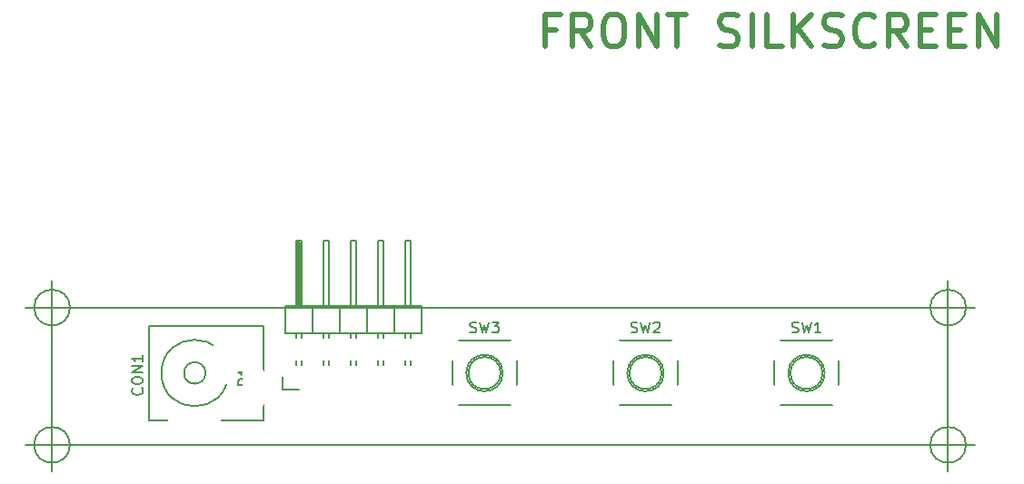
<source format=gbr>
G04 #@! TF.GenerationSoftware,KiCad,Pcbnew,(5.0.0)*
G04 #@! TF.CreationDate,2018-12-04T13:53:09-05:00*
G04 #@! TF.ProjectId,buttons_board,627574746F6E735F626F6172642E6B69,rev?*
G04 #@! TF.SameCoordinates,PX6c9f9e0PY6560260*
G04 #@! TF.FileFunction,Legend,Top*
G04 #@! TF.FilePolarity,Positive*
%FSLAX46Y46*%
G04 Gerber Fmt 4.6, Leading zero omitted, Abs format (unit mm)*
G04 Created by KiCad (PCBNEW (5.0.0)) date 12/04/18 13:53:09*
%MOMM*%
%LPD*%
G01*
G04 APERTURE LIST*
%ADD10C,0.500000*%
%ADD11C,0.150000*%
%ADD12O,4.900000X2.100000*%
%ADD13O,2.100000X4.400000*%
%ADD14C,2.200000*%
%ADD15C,3.400000*%
%ADD16R,2.127200X2.127200*%
%ADD17O,2.127200X2.127200*%
G04 APERTURE END LIST*
D10*
X46928571Y38714286D02*
X45928571Y38714286D01*
X45928571Y37142858D02*
X45928571Y40142858D01*
X47357142Y40142858D01*
X50214285Y37142858D02*
X49214285Y38571429D01*
X48500000Y37142858D02*
X48500000Y40142858D01*
X49642857Y40142858D01*
X49928571Y40000000D01*
X50071428Y39857143D01*
X50214285Y39571429D01*
X50214285Y39142858D01*
X50071428Y38857143D01*
X49928571Y38714286D01*
X49642857Y38571429D01*
X48500000Y38571429D01*
X52071428Y40142858D02*
X52642857Y40142858D01*
X52928571Y40000000D01*
X53214285Y39714286D01*
X53357142Y39142858D01*
X53357142Y38142858D01*
X53214285Y37571429D01*
X52928571Y37285715D01*
X52642857Y37142858D01*
X52071428Y37142858D01*
X51785714Y37285715D01*
X51500000Y37571429D01*
X51357142Y38142858D01*
X51357142Y39142858D01*
X51500000Y39714286D01*
X51785714Y40000000D01*
X52071428Y40142858D01*
X54642857Y37142858D02*
X54642857Y40142858D01*
X56357142Y37142858D01*
X56357142Y40142858D01*
X57357142Y40142858D02*
X59071428Y40142858D01*
X58214285Y37142858D02*
X58214285Y40142858D01*
X62214285Y37285715D02*
X62642857Y37142858D01*
X63357142Y37142858D01*
X63642857Y37285715D01*
X63785714Y37428572D01*
X63928571Y37714286D01*
X63928571Y38000000D01*
X63785714Y38285715D01*
X63642857Y38428572D01*
X63357142Y38571429D01*
X62785714Y38714286D01*
X62500000Y38857143D01*
X62357142Y39000000D01*
X62214285Y39285715D01*
X62214285Y39571429D01*
X62357142Y39857143D01*
X62500000Y40000000D01*
X62785714Y40142858D01*
X63500000Y40142858D01*
X63928571Y40000000D01*
X65214285Y37142858D02*
X65214285Y40142858D01*
X68071428Y37142858D02*
X66642857Y37142858D01*
X66642857Y40142858D01*
X69071428Y37142858D02*
X69071428Y40142858D01*
X70785714Y37142858D02*
X69500000Y38857143D01*
X70785714Y40142858D02*
X69071428Y38428572D01*
X71928571Y37285715D02*
X72357142Y37142858D01*
X73071428Y37142858D01*
X73357142Y37285715D01*
X73500000Y37428572D01*
X73642857Y37714286D01*
X73642857Y38000000D01*
X73500000Y38285715D01*
X73357142Y38428572D01*
X73071428Y38571429D01*
X72500000Y38714286D01*
X72214285Y38857143D01*
X72071428Y39000000D01*
X71928571Y39285715D01*
X71928571Y39571429D01*
X72071428Y39857143D01*
X72214285Y40000000D01*
X72500000Y40142858D01*
X73214285Y40142858D01*
X73642857Y40000000D01*
X76642857Y37428572D02*
X76500000Y37285715D01*
X76071428Y37142858D01*
X75785714Y37142858D01*
X75357142Y37285715D01*
X75071428Y37571429D01*
X74928571Y37857143D01*
X74785714Y38428572D01*
X74785714Y38857143D01*
X74928571Y39428572D01*
X75071428Y39714286D01*
X75357142Y40000000D01*
X75785714Y40142858D01*
X76071428Y40142858D01*
X76500000Y40000000D01*
X76642857Y39857143D01*
X79642857Y37142858D02*
X78642857Y38571429D01*
X77928571Y37142858D02*
X77928571Y40142858D01*
X79071428Y40142858D01*
X79357142Y40000000D01*
X79500000Y39857143D01*
X79642857Y39571429D01*
X79642857Y39142858D01*
X79500000Y38857143D01*
X79357142Y38714286D01*
X79071428Y38571429D01*
X77928571Y38571429D01*
X80928571Y38714286D02*
X81928571Y38714286D01*
X82357142Y37142858D02*
X80928571Y37142858D01*
X80928571Y40142858D01*
X82357142Y40142858D01*
X83642857Y38714286D02*
X84642857Y38714286D01*
X85071428Y37142858D02*
X83642857Y37142858D01*
X83642857Y40142858D01*
X85071428Y40142858D01*
X86357142Y37142858D02*
X86357142Y40142858D01*
X88071428Y37142858D01*
X88071428Y40142858D01*
D11*
X1666666Y12800000D02*
G75*
G03X1666666Y12800000I-1666666J0D01*
G01*
X-2500000Y12800000D02*
X2500000Y12800000D01*
X0Y15300000D02*
X0Y10300000D01*
X85166666Y12800000D02*
G75*
G03X85166666Y12800000I-1666666J0D01*
G01*
X81000000Y12800000D02*
X86000000Y12800000D01*
X83500000Y15300000D02*
X83500000Y10300000D01*
X85166666Y0D02*
G75*
G03X85166666Y0I-1666666J0D01*
G01*
X81000000Y0D02*
X86000000Y0D01*
X83500000Y2500000D02*
X83500000Y-2500000D01*
X1666666Y0D02*
G75*
G03X1666666Y0I-1666666J0D01*
G01*
X-2500000Y0D02*
X2500000Y0D01*
X0Y2500000D02*
X0Y-2500000D01*
X0Y0D02*
X0Y6700000D01*
X0Y12800000D02*
X0Y10200000D01*
X20400000Y12800000D02*
X0Y12800000D01*
X83500000Y12800000D02*
X83500000Y6600000D01*
X83500000Y0D02*
X83500000Y6600000D01*
X20400000Y12800000D02*
X83500000Y12800000D01*
X12800000Y0D02*
X0Y0D01*
X12800000Y0D02*
X83500000Y0D01*
X0Y6700000D02*
X0Y10200000D01*
G04 #@! TO.C,CON1*
X19700000Y6700000D02*
X19700000Y2300000D01*
X19700000Y2300000D02*
X9000000Y2300000D01*
X9000000Y2300000D02*
X9000000Y11100000D01*
X9000000Y11100000D02*
X19700000Y11100000D01*
X19700000Y11100000D02*
X19700000Y6700000D01*
X16400000Y6700000D02*
G75*
G03X16400000Y6700000I-3100000J0D01*
G01*
X14300000Y6700000D02*
G75*
G03X14300000Y6700000I-1000000J0D01*
G01*
G04 #@! TO.C,SW1*
X71800000Y6700000D02*
G75*
G03X71800000Y6700000I-1500000J0D01*
G01*
X72000000Y6700000D02*
G75*
G03X72000000Y6700000I-1700000J0D01*
G01*
X70300000Y3700000D02*
X72800000Y3700000D01*
X70300000Y3700000D02*
X67800000Y3700000D01*
X73300000Y6700000D02*
X73300000Y7900000D01*
X73300000Y6700000D02*
X73300000Y5500000D01*
X70300000Y9700000D02*
X72800000Y9700000D01*
X70300000Y9700000D02*
X67800000Y9700000D01*
X67300000Y6700000D02*
X67300000Y7900000D01*
X67300000Y6700000D02*
X67300000Y5500000D01*
G04 #@! TO.C,SW2*
X56800000Y6700000D02*
G75*
G03X56800000Y6700000I-1500000J0D01*
G01*
X57000000Y6700000D02*
G75*
G03X57000000Y6700000I-1700000J0D01*
G01*
X55300000Y3700000D02*
X57800000Y3700000D01*
X55300000Y3700000D02*
X52800000Y3700000D01*
X58300000Y6700000D02*
X58300000Y7900000D01*
X58300000Y6700000D02*
X58300000Y5500000D01*
X55300000Y9700000D02*
X57800000Y9700000D01*
X55300000Y9700000D02*
X52800000Y9700000D01*
X52300000Y6700000D02*
X52300000Y7900000D01*
X52300000Y6700000D02*
X52300000Y5500000D01*
G04 #@! TO.C,SW3*
X41800000Y6700000D02*
G75*
G03X41800000Y6700000I-1500000J0D01*
G01*
X42000000Y6700000D02*
G75*
G03X42000000Y6700000I-1700000J0D01*
G01*
X40300000Y3700000D02*
X42800000Y3700000D01*
X40300000Y3700000D02*
X37800000Y3700000D01*
X43300000Y6700000D02*
X43300000Y7900000D01*
X43300000Y6700000D02*
X43300000Y5500000D01*
X40300000Y9700000D02*
X42800000Y9700000D01*
X40300000Y9700000D02*
X37800000Y9700000D01*
X37300000Y6700000D02*
X37300000Y7900000D01*
X37300000Y6700000D02*
X37300000Y5500000D01*
G04 #@! TO.C,P1*
X33414000Y7824000D02*
X33414000Y7316000D01*
X32906000Y7824000D02*
X32906000Y7316000D01*
X30874000Y7824000D02*
X30874000Y7316000D01*
X30366000Y7824000D02*
X30366000Y7316000D01*
X22746000Y7824000D02*
X22746000Y7316000D01*
X23254000Y7824000D02*
X23254000Y7316000D01*
X28334000Y7824000D02*
X28334000Y7316000D01*
X27826000Y7824000D02*
X27826000Y7316000D01*
X25794000Y7824000D02*
X25794000Y7316000D01*
X25286000Y7824000D02*
X25286000Y7316000D01*
X33414000Y10364000D02*
X33414000Y9856000D01*
X32906000Y10364000D02*
X32906000Y9856000D01*
X22746000Y10364000D02*
X22746000Y9856000D01*
X23254000Y10364000D02*
X23254000Y9856000D01*
X25286000Y10364000D02*
X25286000Y9856000D01*
X25794000Y10364000D02*
X25794000Y9856000D01*
X30874000Y10364000D02*
X30874000Y9856000D01*
X30366000Y10364000D02*
X30366000Y9856000D01*
X28334000Y10364000D02*
X28334000Y9856000D01*
X27826000Y10364000D02*
X27826000Y9856000D01*
X21450000Y6300000D02*
X21450000Y5150000D01*
X21450000Y5150000D02*
X23000000Y5150000D01*
X22873000Y12904000D02*
X22873000Y18873000D01*
X22873000Y18873000D02*
X23127000Y18873000D01*
X23127000Y18873000D02*
X23127000Y13031000D01*
X23127000Y13031000D02*
X23000000Y13031000D01*
X23000000Y13031000D02*
X23000000Y18873000D01*
X31890000Y10364000D02*
X31890000Y12904000D01*
X31890000Y10364000D02*
X34430000Y10364000D01*
X32906000Y12904000D02*
X32906000Y19000000D01*
X32906000Y19000000D02*
X33414000Y19000000D01*
X33414000Y19000000D02*
X33414000Y12904000D01*
X34430000Y12904000D02*
X31890000Y12904000D01*
X34430000Y10364000D02*
X34430000Y12904000D01*
X26810000Y10364000D02*
X26810000Y12904000D01*
X26810000Y10364000D02*
X29350000Y10364000D01*
X29350000Y10364000D02*
X29350000Y12904000D01*
X27826000Y12904000D02*
X27826000Y19000000D01*
X27826000Y19000000D02*
X28334000Y19000000D01*
X28334000Y19000000D02*
X28334000Y12904000D01*
X29350000Y12904000D02*
X26810000Y12904000D01*
X31890000Y12904000D02*
X29350000Y12904000D01*
X30874000Y19000000D02*
X30874000Y12904000D01*
X30366000Y19000000D02*
X30874000Y19000000D01*
X30366000Y12904000D02*
X30366000Y19000000D01*
X31890000Y10364000D02*
X31890000Y12904000D01*
X29350000Y10364000D02*
X31890000Y10364000D01*
X29350000Y10364000D02*
X29350000Y12904000D01*
X24270000Y10364000D02*
X24270000Y12904000D01*
X24270000Y10364000D02*
X26810000Y10364000D01*
X26810000Y10364000D02*
X26810000Y12904000D01*
X25286000Y12904000D02*
X25286000Y19000000D01*
X25286000Y19000000D02*
X25794000Y19000000D01*
X25794000Y19000000D02*
X25794000Y12904000D01*
X26810000Y12904000D02*
X24270000Y12904000D01*
X24270000Y12904000D02*
X21730000Y12904000D01*
X23254000Y19000000D02*
X23254000Y12904000D01*
X22746000Y19000000D02*
X23254000Y19000000D01*
X22746000Y12904000D02*
X22746000Y19000000D01*
X24270000Y10364000D02*
X24270000Y12904000D01*
X21730000Y10364000D02*
X24270000Y10364000D01*
X21730000Y10364000D02*
X21730000Y12904000D01*
G04 #@! TD*
G04 #@! TO.C,CON1*
X8357142Y5285715D02*
X8404761Y5238096D01*
X8452380Y5095239D01*
X8452380Y5000000D01*
X8404761Y4857143D01*
X8309523Y4761905D01*
X8214285Y4714286D01*
X8023809Y4666667D01*
X7880952Y4666667D01*
X7690476Y4714286D01*
X7595238Y4761905D01*
X7500000Y4857143D01*
X7452380Y5000000D01*
X7452380Y5095239D01*
X7500000Y5238096D01*
X7547619Y5285715D01*
X7452380Y5904762D02*
X7452380Y6095239D01*
X7500000Y6190477D01*
X7595238Y6285715D01*
X7785714Y6333334D01*
X8119047Y6333334D01*
X8309523Y6285715D01*
X8404761Y6190477D01*
X8452380Y6095239D01*
X8452380Y5904762D01*
X8404761Y5809524D01*
X8309523Y5714286D01*
X8119047Y5666667D01*
X7785714Y5666667D01*
X7595238Y5714286D01*
X7500000Y5809524D01*
X7452380Y5904762D01*
X8452380Y6761905D02*
X7452380Y6761905D01*
X8452380Y7333334D01*
X7452380Y7333334D01*
X8452380Y8333334D02*
X8452380Y7761905D01*
X8452380Y8047620D02*
X7452380Y8047620D01*
X7595238Y7952381D01*
X7690476Y7857143D01*
X7738095Y7761905D01*
G04 #@! TO.C,SW1*
X68966666Y10495239D02*
X69109523Y10447620D01*
X69347619Y10447620D01*
X69442857Y10495239D01*
X69490476Y10542858D01*
X69538095Y10638096D01*
X69538095Y10733334D01*
X69490476Y10828572D01*
X69442857Y10876191D01*
X69347619Y10923810D01*
X69157142Y10971429D01*
X69061904Y11019048D01*
X69014285Y11066667D01*
X68966666Y11161905D01*
X68966666Y11257143D01*
X69014285Y11352381D01*
X69061904Y11400000D01*
X69157142Y11447620D01*
X69395238Y11447620D01*
X69538095Y11400000D01*
X69871428Y11447620D02*
X70109523Y10447620D01*
X70300000Y11161905D01*
X70490476Y10447620D01*
X70728571Y11447620D01*
X71633333Y10447620D02*
X71061904Y10447620D01*
X71347619Y10447620D02*
X71347619Y11447620D01*
X71252380Y11304762D01*
X71157142Y11209524D01*
X71061904Y11161905D01*
G04 #@! TO.C,SW2*
X53966666Y10495239D02*
X54109523Y10447620D01*
X54347619Y10447620D01*
X54442857Y10495239D01*
X54490476Y10542858D01*
X54538095Y10638096D01*
X54538095Y10733334D01*
X54490476Y10828572D01*
X54442857Y10876191D01*
X54347619Y10923810D01*
X54157142Y10971429D01*
X54061904Y11019048D01*
X54014285Y11066667D01*
X53966666Y11161905D01*
X53966666Y11257143D01*
X54014285Y11352381D01*
X54061904Y11400000D01*
X54157142Y11447620D01*
X54395238Y11447620D01*
X54538095Y11400000D01*
X54871428Y11447620D02*
X55109523Y10447620D01*
X55300000Y11161905D01*
X55490476Y10447620D01*
X55728571Y11447620D01*
X56061904Y11352381D02*
X56109523Y11400000D01*
X56204761Y11447620D01*
X56442857Y11447620D01*
X56538095Y11400000D01*
X56585714Y11352381D01*
X56633333Y11257143D01*
X56633333Y11161905D01*
X56585714Y11019048D01*
X56014285Y10447620D01*
X56633333Y10447620D01*
G04 #@! TO.C,SW3*
X38966666Y10495239D02*
X39109523Y10447620D01*
X39347619Y10447620D01*
X39442857Y10495239D01*
X39490476Y10542858D01*
X39538095Y10638096D01*
X39538095Y10733334D01*
X39490476Y10828572D01*
X39442857Y10876191D01*
X39347619Y10923810D01*
X39157142Y10971429D01*
X39061904Y11019048D01*
X39014285Y11066667D01*
X38966666Y11161905D01*
X38966666Y11257143D01*
X39014285Y11352381D01*
X39061904Y11400000D01*
X39157142Y11447620D01*
X39395238Y11447620D01*
X39538095Y11400000D01*
X39871428Y11447620D02*
X40109523Y10447620D01*
X40300000Y11161905D01*
X40490476Y10447620D01*
X40728571Y11447620D01*
X41014285Y11447620D02*
X41633333Y11447620D01*
X41300000Y11066667D01*
X41442857Y11066667D01*
X41538095Y11019048D01*
X41585714Y10971429D01*
X41633333Y10876191D01*
X41633333Y10638096D01*
X41585714Y10542858D01*
X41538095Y10495239D01*
X41442857Y10447620D01*
X41157142Y10447620D01*
X41061904Y10495239D01*
X41014285Y10542858D01*
G04 #@! TO.C,P1*
X18352380Y5561905D02*
X17352380Y5561905D01*
X17352380Y5942858D01*
X17400000Y6038096D01*
X17447619Y6085715D01*
X17542857Y6133334D01*
X17685714Y6133334D01*
X17780952Y6085715D01*
X17828571Y6038096D01*
X17876190Y5942858D01*
X17876190Y5561905D01*
X18352380Y7085715D02*
X18352380Y6514286D01*
X18352380Y6800000D02*
X17352380Y6800000D01*
X17495238Y6704762D01*
X17590476Y6609524D01*
X17638095Y6514286D01*
G04 #@! TD*
%LPC*%
D12*
G04 #@! TO.C,CON1*
X13300000Y2350000D03*
D13*
X16100000Y7900000D03*
X18800000Y5300000D03*
G04 #@! TD*
D14*
G04 #@! TO.C,SW1*
X73550000Y4450000D03*
X67050000Y4450000D03*
X73550000Y8950000D03*
X67050000Y8950000D03*
G04 #@! TD*
G04 #@! TO.C,SW2*
X58550000Y4450000D03*
X52050000Y4450000D03*
X58550000Y8950000D03*
X52050000Y8950000D03*
G04 #@! TD*
G04 #@! TO.C,SW3*
X43550000Y4450000D03*
X37050000Y4450000D03*
X43550000Y8950000D03*
X37050000Y8950000D03*
G04 #@! TD*
D15*
G04 #@! TO.C,X1*
X79500000Y6700000D03*
G04 #@! TD*
G04 #@! TO.C,X2*
X4000000Y6700000D03*
G04 #@! TD*
D16*
G04 #@! TO.C,P1*
X23000000Y6300000D03*
D17*
X23000000Y8840000D03*
X25540000Y6300000D03*
X25540000Y8840000D03*
X28080000Y6300000D03*
X28080000Y8840000D03*
X30620000Y6300000D03*
X30620000Y8840000D03*
X33160000Y6300000D03*
X33160000Y8840000D03*
G04 #@! TD*
M02*

</source>
